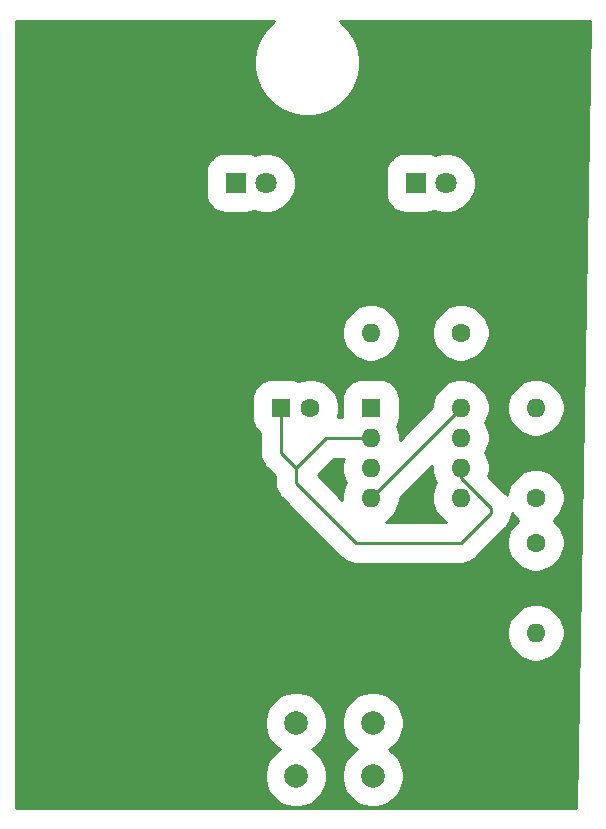
<source format=gbr>
%TF.GenerationSoftware,KiCad,Pcbnew,(5.1.8)-1*%
%TF.CreationDate,2021-08-08T22:25:57+05:30*%
%TF.ProjectId,1st,3173742e-6b69-4636-9164-5f7063625858,rev?*%
%TF.SameCoordinates,Original*%
%TF.FileFunction,Copper,L1,Top*%
%TF.FilePolarity,Positive*%
%FSLAX46Y46*%
G04 Gerber Fmt 4.6, Leading zero omitted, Abs format (unit mm)*
G04 Created by KiCad (PCBNEW (5.1.8)-1) date 2021-08-08 22:25:57*
%MOMM*%
%LPD*%
G01*
G04 APERTURE LIST*
%TA.AperFunction,ComponentPad*%
%ADD10R,1.600000X1.600000*%
%TD*%
%TA.AperFunction,ComponentPad*%
%ADD11C,1.600000*%
%TD*%
%TA.AperFunction,ComponentPad*%
%ADD12R,1.800000X1.800000*%
%TD*%
%TA.AperFunction,ComponentPad*%
%ADD13C,1.800000*%
%TD*%
%TA.AperFunction,ComponentPad*%
%ADD14O,1.600000X1.600000*%
%TD*%
%TA.AperFunction,ComponentPad*%
%ADD15C,2.000000*%
%TD*%
%TA.AperFunction,Conductor*%
%ADD16C,0.250000*%
%TD*%
%TA.AperFunction,NonConductor*%
%ADD17C,0.254000*%
%TD*%
%TA.AperFunction,NonConductor*%
%ADD18C,0.100000*%
%TD*%
G04 APERTURE END LIST*
D10*
%TO.P,C1,1*%
%TO.N,-VeTerm*%
X58420000Y-66040000D03*
D11*
%TO.P,C1,2*%
%TO.N,Net-(C1-Pad2)*%
X60920000Y-66040000D03*
%TD*%
D12*
%TO.P,D1,1*%
%TO.N,Net-(C1-Pad2)*%
X54610000Y-46990000D03*
D13*
%TO.P,D1,2*%
%TO.N,Net-(D1-Pad2)*%
X57150000Y-46990000D03*
%TD*%
%TO.P,D2,2*%
%TO.N,Net-(D1-Pad2)*%
X72390000Y-46990000D03*
D12*
%TO.P,D2,1*%
%TO.N,Net-(C1-Pad2)*%
X69850000Y-46990000D03*
%TD*%
D14*
%TO.P,R1,2*%
%TO.N,+VeTerm*%
X80010000Y-66040000D03*
D11*
%TO.P,R1,1*%
%TO.N,Net-(R1-Pad1)*%
X80010000Y-73660000D03*
%TD*%
%TO.P,R2,1*%
%TO.N,Net-(R1-Pad1)*%
X80010000Y-77470000D03*
D14*
%TO.P,R2,2*%
%TO.N,-VeTerm*%
X80010000Y-85090000D03*
%TD*%
D11*
%TO.P,R3,1*%
%TO.N,Net-(D1-Pad2)*%
X73660000Y-59690000D03*
D14*
%TO.P,R3,2*%
%TO.N,Net-(R3-Pad2)*%
X66040000Y-59690000D03*
%TD*%
D15*
%TO.P,SW1,2*%
%TO.N,Net-(BT1-Pad1)*%
X59690000Y-97210000D03*
%TO.P,SW1,1*%
%TO.N,+VeTerm*%
X59690000Y-92710000D03*
%TO.P,SW1,2*%
%TO.N,Net-(BT1-Pad1)*%
X66190000Y-97210000D03*
%TO.P,SW1,1*%
%TO.N,+VeTerm*%
X66190000Y-92710000D03*
%TD*%
D10*
%TO.P,U1,1*%
%TO.N,Net-(C1-Pad2)*%
X66040000Y-66040000D03*
D14*
%TO.P,U1,5*%
%TO.N,Net-(U1-Pad5)*%
X73660000Y-73660000D03*
%TO.P,U1,2*%
%TO.N,-VeTerm*%
X66040000Y-68580000D03*
%TO.P,U1,6*%
X73660000Y-71120000D03*
%TO.P,U1,3*%
%TO.N,Net-(R3-Pad2)*%
X66040000Y-71120000D03*
%TO.P,U1,7*%
%TO.N,Net-(R1-Pad1)*%
X73660000Y-68580000D03*
%TO.P,U1,4*%
%TO.N,+VeTerm*%
X66040000Y-73660000D03*
%TO.P,U1,8*%
X73660000Y-66040000D03*
%TD*%
D16*
%TO.N,-VeTerm*%
X58420000Y-66040000D02*
X58420000Y-69850000D01*
X58420000Y-69850000D02*
X59690000Y-71120000D01*
X59690000Y-71120000D02*
X59690000Y-72390000D01*
X59690000Y-72390000D02*
X64770000Y-77470000D01*
X64770000Y-77470000D02*
X73660000Y-77470000D01*
X73660000Y-77470000D02*
X76200000Y-74930000D01*
X73660000Y-71994998D02*
X73660000Y-71120000D01*
X76200000Y-74534998D02*
X73660000Y-71994998D01*
X76200000Y-74930000D02*
X76200000Y-74534998D01*
X66040000Y-68580000D02*
X62230000Y-68580000D01*
X62230000Y-68580000D02*
X59690000Y-71120000D01*
%TO.N,+VeTerm*%
X66040000Y-73660000D02*
X73660000Y-66040000D01*
%TD*%
D17*
X57797935Y-33342327D02*
X57172521Y-33967741D01*
X56681136Y-34703149D01*
X56342665Y-35520292D01*
X56170114Y-36387766D01*
X56170114Y-37272234D01*
X56342665Y-38139708D01*
X56681136Y-38956851D01*
X57172521Y-39692259D01*
X57797935Y-40317673D01*
X58533343Y-40809058D01*
X59350486Y-41147529D01*
X60217960Y-41320080D01*
X61102428Y-41320080D01*
X61969902Y-41147529D01*
X62787045Y-40809058D01*
X63522453Y-40317673D01*
X64147867Y-39692259D01*
X64639252Y-38956851D01*
X64977723Y-38139708D01*
X65150274Y-37272234D01*
X65150274Y-36387766D01*
X64977723Y-35520292D01*
X64639252Y-34703149D01*
X64147867Y-33967741D01*
X63522453Y-33342327D01*
X63462100Y-33302000D01*
X84626841Y-33302000D01*
X83418600Y-99898000D01*
X35992000Y-99898000D01*
X35992000Y-92451263D01*
X57063000Y-92451263D01*
X57063000Y-92968737D01*
X57163954Y-93476268D01*
X57361983Y-93954351D01*
X57649476Y-94384615D01*
X58015385Y-94750524D01*
X58328888Y-94960000D01*
X58015385Y-95169476D01*
X57649476Y-95535385D01*
X57361983Y-95965649D01*
X57163954Y-96443732D01*
X57063000Y-96951263D01*
X57063000Y-97468737D01*
X57163954Y-97976268D01*
X57361983Y-98454351D01*
X57649476Y-98884615D01*
X58015385Y-99250524D01*
X58445649Y-99538017D01*
X58923732Y-99736046D01*
X59431263Y-99837000D01*
X59948737Y-99837000D01*
X60456268Y-99736046D01*
X60934351Y-99538017D01*
X61364615Y-99250524D01*
X61730524Y-98884615D01*
X62018017Y-98454351D01*
X62216046Y-97976268D01*
X62317000Y-97468737D01*
X62317000Y-96951263D01*
X62216046Y-96443732D01*
X62018017Y-95965649D01*
X61730524Y-95535385D01*
X61364615Y-95169476D01*
X61051112Y-94960000D01*
X61364615Y-94750524D01*
X61730524Y-94384615D01*
X62018017Y-93954351D01*
X62216046Y-93476268D01*
X62317000Y-92968737D01*
X62317000Y-92451263D01*
X63563000Y-92451263D01*
X63563000Y-92968737D01*
X63663954Y-93476268D01*
X63861983Y-93954351D01*
X64149476Y-94384615D01*
X64515385Y-94750524D01*
X64828888Y-94960000D01*
X64515385Y-95169476D01*
X64149476Y-95535385D01*
X63861983Y-95965649D01*
X63663954Y-96443732D01*
X63563000Y-96951263D01*
X63563000Y-97468737D01*
X63663954Y-97976268D01*
X63861983Y-98454351D01*
X64149476Y-98884615D01*
X64515385Y-99250524D01*
X64945649Y-99538017D01*
X65423732Y-99736046D01*
X65931263Y-99837000D01*
X66448737Y-99837000D01*
X66956268Y-99736046D01*
X67434351Y-99538017D01*
X67864615Y-99250524D01*
X68230524Y-98884615D01*
X68518017Y-98454351D01*
X68716046Y-97976268D01*
X68817000Y-97468737D01*
X68817000Y-96951263D01*
X68716046Y-96443732D01*
X68518017Y-95965649D01*
X68230524Y-95535385D01*
X67864615Y-95169476D01*
X67551112Y-94960000D01*
X67864615Y-94750524D01*
X68230524Y-94384615D01*
X68518017Y-93954351D01*
X68716046Y-93476268D01*
X68817000Y-92968737D01*
X68817000Y-92451263D01*
X68716046Y-91943732D01*
X68518017Y-91465649D01*
X68230524Y-91035385D01*
X67864615Y-90669476D01*
X67434351Y-90381983D01*
X66956268Y-90183954D01*
X66448737Y-90083000D01*
X65931263Y-90083000D01*
X65423732Y-90183954D01*
X64945649Y-90381983D01*
X64515385Y-90669476D01*
X64149476Y-91035385D01*
X63861983Y-91465649D01*
X63663954Y-91943732D01*
X63563000Y-92451263D01*
X62317000Y-92451263D01*
X62216046Y-91943732D01*
X62018017Y-91465649D01*
X61730524Y-91035385D01*
X61364615Y-90669476D01*
X60934351Y-90381983D01*
X60456268Y-90183954D01*
X59948737Y-90083000D01*
X59431263Y-90083000D01*
X58923732Y-90183954D01*
X58445649Y-90381983D01*
X58015385Y-90669476D01*
X57649476Y-91035385D01*
X57361983Y-91465649D01*
X57163954Y-91943732D01*
X57063000Y-92451263D01*
X35992000Y-92451263D01*
X35992000Y-84850961D01*
X77583000Y-84850961D01*
X77583000Y-85329039D01*
X77676268Y-85797930D01*
X77859221Y-86239615D01*
X78124826Y-86637122D01*
X78462878Y-86975174D01*
X78860385Y-87240779D01*
X79302070Y-87423732D01*
X79770961Y-87517000D01*
X80249039Y-87517000D01*
X80717930Y-87423732D01*
X81159615Y-87240779D01*
X81557122Y-86975174D01*
X81895174Y-86637122D01*
X82160779Y-86239615D01*
X82343732Y-85797930D01*
X82437000Y-85329039D01*
X82437000Y-84850961D01*
X82343732Y-84382070D01*
X82160779Y-83940385D01*
X81895174Y-83542878D01*
X81557122Y-83204826D01*
X81159615Y-82939221D01*
X80717930Y-82756268D01*
X80249039Y-82663000D01*
X79770961Y-82663000D01*
X79302070Y-82756268D01*
X78860385Y-82939221D01*
X78462878Y-83204826D01*
X78124826Y-83542878D01*
X77859221Y-83940385D01*
X77676268Y-84382070D01*
X77583000Y-84850961D01*
X35992000Y-84850961D01*
X35992000Y-65240000D01*
X55985128Y-65240000D01*
X55985128Y-66840000D01*
X56016542Y-67158948D01*
X56109575Y-67465638D01*
X56260654Y-67748286D01*
X56463971Y-67996029D01*
X56668001Y-68163471D01*
X56668001Y-69763930D01*
X56659524Y-69850000D01*
X56693350Y-70193451D01*
X56793532Y-70523705D01*
X56956217Y-70828068D01*
X57120289Y-71027991D01*
X57120296Y-71027998D01*
X57175156Y-71094845D01*
X57242003Y-71149705D01*
X57938000Y-71845702D01*
X57938000Y-72303939D01*
X57929524Y-72390000D01*
X57938000Y-72476061D01*
X57938000Y-72476069D01*
X57963350Y-72733452D01*
X58029668Y-72952070D01*
X58063532Y-73063705D01*
X58226217Y-73368068D01*
X58390289Y-73567991D01*
X58390296Y-73567998D01*
X58445156Y-73634845D01*
X58512003Y-73689705D01*
X63470295Y-78647998D01*
X63525155Y-78714845D01*
X63592002Y-78769705D01*
X63592008Y-78769711D01*
X63791931Y-78933783D01*
X64096295Y-79096469D01*
X64426548Y-79196650D01*
X64683931Y-79222000D01*
X64683939Y-79222000D01*
X64770000Y-79230476D01*
X64856061Y-79222000D01*
X73573939Y-79222000D01*
X73660000Y-79230476D01*
X73746061Y-79222000D01*
X73746069Y-79222000D01*
X74003452Y-79196650D01*
X74333705Y-79096469D01*
X74638069Y-78933783D01*
X74904845Y-78714845D01*
X74959710Y-78647992D01*
X77377993Y-76229709D01*
X77444845Y-76174845D01*
X77663783Y-75908069D01*
X77826469Y-75603705D01*
X77926650Y-75273452D01*
X77952000Y-75016069D01*
X77952000Y-75016059D01*
X77957802Y-74957152D01*
X78124826Y-75207122D01*
X78462878Y-75545174D01*
X78492550Y-75565000D01*
X78462878Y-75584826D01*
X78124826Y-75922878D01*
X77859221Y-76320385D01*
X77676268Y-76762070D01*
X77583000Y-77230961D01*
X77583000Y-77709039D01*
X77676268Y-78177930D01*
X77859221Y-78619615D01*
X78124826Y-79017122D01*
X78462878Y-79355174D01*
X78860385Y-79620779D01*
X79302070Y-79803732D01*
X79770961Y-79897000D01*
X80249039Y-79897000D01*
X80717930Y-79803732D01*
X81159615Y-79620779D01*
X81557122Y-79355174D01*
X81895174Y-79017122D01*
X82160779Y-78619615D01*
X82343732Y-78177930D01*
X82437000Y-77709039D01*
X82437000Y-77230961D01*
X82343732Y-76762070D01*
X82160779Y-76320385D01*
X81895174Y-75922878D01*
X81557122Y-75584826D01*
X81527450Y-75565000D01*
X81557122Y-75545174D01*
X81895174Y-75207122D01*
X82160779Y-74809615D01*
X82343732Y-74367930D01*
X82437000Y-73899039D01*
X82437000Y-73420961D01*
X82343732Y-72952070D01*
X82160779Y-72510385D01*
X81895174Y-72112878D01*
X81557122Y-71774826D01*
X81159615Y-71509221D01*
X80717930Y-71326268D01*
X80249039Y-71233000D01*
X79770961Y-71233000D01*
X79302070Y-71326268D01*
X78860385Y-71509221D01*
X78462878Y-71774826D01*
X78124826Y-72112878D01*
X77859221Y-72510385D01*
X77676268Y-72952070D01*
X77583000Y-73420961D01*
X77583000Y-73458495D01*
X77444845Y-73290153D01*
X77377992Y-73235288D01*
X75986967Y-71844263D01*
X75993732Y-71827930D01*
X76087000Y-71359039D01*
X76087000Y-70880961D01*
X75993732Y-70412070D01*
X75810779Y-69970385D01*
X75730341Y-69850000D01*
X75810779Y-69729615D01*
X75993732Y-69287930D01*
X76087000Y-68819039D01*
X76087000Y-68340961D01*
X75993732Y-67872070D01*
X75810779Y-67430385D01*
X75730341Y-67310000D01*
X75810779Y-67189615D01*
X75993732Y-66747930D01*
X76087000Y-66279039D01*
X76087000Y-65800961D01*
X77583000Y-65800961D01*
X77583000Y-66279039D01*
X77676268Y-66747930D01*
X77859221Y-67189615D01*
X78124826Y-67587122D01*
X78462878Y-67925174D01*
X78860385Y-68190779D01*
X79302070Y-68373732D01*
X79770961Y-68467000D01*
X80249039Y-68467000D01*
X80717930Y-68373732D01*
X81159615Y-68190779D01*
X81557122Y-67925174D01*
X81895174Y-67587122D01*
X82160779Y-67189615D01*
X82343732Y-66747930D01*
X82437000Y-66279039D01*
X82437000Y-65800961D01*
X82343732Y-65332070D01*
X82160779Y-64890385D01*
X81895174Y-64492878D01*
X81557122Y-64154826D01*
X81159615Y-63889221D01*
X80717930Y-63706268D01*
X80249039Y-63613000D01*
X79770961Y-63613000D01*
X79302070Y-63706268D01*
X78860385Y-63889221D01*
X78462878Y-64154826D01*
X78124826Y-64492878D01*
X77859221Y-64890385D01*
X77676268Y-65332070D01*
X77583000Y-65800961D01*
X76087000Y-65800961D01*
X75993732Y-65332070D01*
X75810779Y-64890385D01*
X75545174Y-64492878D01*
X75207122Y-64154826D01*
X74809615Y-63889221D01*
X74367930Y-63706268D01*
X73899039Y-63613000D01*
X73420961Y-63613000D01*
X72952070Y-63706268D01*
X72510385Y-63889221D01*
X72112878Y-64154826D01*
X71774826Y-64492878D01*
X71509221Y-64890385D01*
X71326268Y-65332070D01*
X71233000Y-65800961D01*
X71233000Y-65989298D01*
X68467000Y-68755298D01*
X68467000Y-68340961D01*
X68373732Y-67872070D01*
X68268708Y-67618520D01*
X68350425Y-67465638D01*
X68443458Y-67158948D01*
X68474872Y-66840000D01*
X68474872Y-65240000D01*
X68443458Y-64921052D01*
X68350425Y-64614362D01*
X68199346Y-64331714D01*
X67996029Y-64083971D01*
X67748286Y-63880654D01*
X67465638Y-63729575D01*
X67158948Y-63636542D01*
X66840000Y-63605128D01*
X65240000Y-63605128D01*
X64921052Y-63636542D01*
X64614362Y-63729575D01*
X64331714Y-63880654D01*
X64083971Y-64083971D01*
X63880654Y-64331714D01*
X63729575Y-64614362D01*
X63636542Y-64921052D01*
X63605128Y-65240000D01*
X63605128Y-66828000D01*
X63220566Y-66828000D01*
X63253732Y-66747930D01*
X63347000Y-66279039D01*
X63347000Y-65800961D01*
X63253732Y-65332070D01*
X63070779Y-64890385D01*
X62805174Y-64492878D01*
X62467122Y-64154826D01*
X62069615Y-63889221D01*
X61627930Y-63706268D01*
X61159039Y-63613000D01*
X60680961Y-63613000D01*
X60212070Y-63706268D01*
X59981056Y-63801958D01*
X59845638Y-63729575D01*
X59538948Y-63636542D01*
X59220000Y-63605128D01*
X57620000Y-63605128D01*
X57301052Y-63636542D01*
X56994362Y-63729575D01*
X56711714Y-63880654D01*
X56463971Y-64083971D01*
X56260654Y-64331714D01*
X56109575Y-64614362D01*
X56016542Y-64921052D01*
X55985128Y-65240000D01*
X35992000Y-65240000D01*
X35992000Y-59450961D01*
X63613000Y-59450961D01*
X63613000Y-59929039D01*
X63706268Y-60397930D01*
X63889221Y-60839615D01*
X64154826Y-61237122D01*
X64492878Y-61575174D01*
X64890385Y-61840779D01*
X65332070Y-62023732D01*
X65800961Y-62117000D01*
X66279039Y-62117000D01*
X66747930Y-62023732D01*
X67189615Y-61840779D01*
X67587122Y-61575174D01*
X67925174Y-61237122D01*
X68190779Y-60839615D01*
X68373732Y-60397930D01*
X68467000Y-59929039D01*
X68467000Y-59450961D01*
X71233000Y-59450961D01*
X71233000Y-59929039D01*
X71326268Y-60397930D01*
X71509221Y-60839615D01*
X71774826Y-61237122D01*
X72112878Y-61575174D01*
X72510385Y-61840779D01*
X72952070Y-62023732D01*
X73420961Y-62117000D01*
X73899039Y-62117000D01*
X74367930Y-62023732D01*
X74809615Y-61840779D01*
X75207122Y-61575174D01*
X75545174Y-61237122D01*
X75810779Y-60839615D01*
X75993732Y-60397930D01*
X76087000Y-59929039D01*
X76087000Y-59450961D01*
X75993732Y-58982070D01*
X75810779Y-58540385D01*
X75545174Y-58142878D01*
X75207122Y-57804826D01*
X74809615Y-57539221D01*
X74367930Y-57356268D01*
X73899039Y-57263000D01*
X73420961Y-57263000D01*
X72952070Y-57356268D01*
X72510385Y-57539221D01*
X72112878Y-57804826D01*
X71774826Y-58142878D01*
X71509221Y-58540385D01*
X71326268Y-58982070D01*
X71233000Y-59450961D01*
X68467000Y-59450961D01*
X68373732Y-58982070D01*
X68190779Y-58540385D01*
X67925174Y-58142878D01*
X67587122Y-57804826D01*
X67189615Y-57539221D01*
X66747930Y-57356268D01*
X66279039Y-57263000D01*
X65800961Y-57263000D01*
X65332070Y-57356268D01*
X64890385Y-57539221D01*
X64492878Y-57804826D01*
X64154826Y-58142878D01*
X63889221Y-58540385D01*
X63706268Y-58982070D01*
X63613000Y-59450961D01*
X35992000Y-59450961D01*
X35992000Y-46090000D01*
X52075128Y-46090000D01*
X52075128Y-47890000D01*
X52106542Y-48208948D01*
X52199575Y-48515638D01*
X52350654Y-48798286D01*
X52553971Y-49046029D01*
X52801714Y-49249346D01*
X53084362Y-49400425D01*
X53391052Y-49493458D01*
X53710000Y-49524872D01*
X55510000Y-49524872D01*
X55828948Y-49493458D01*
X56135638Y-49400425D01*
X56236175Y-49346687D01*
X56412901Y-49419889D01*
X56901112Y-49517000D01*
X57398888Y-49517000D01*
X57887099Y-49419889D01*
X58346983Y-49229398D01*
X58760869Y-48952849D01*
X59112849Y-48600869D01*
X59389398Y-48186983D01*
X59579889Y-47727099D01*
X59677000Y-47238888D01*
X59677000Y-46741112D01*
X59579889Y-46252901D01*
X59512413Y-46090000D01*
X67315128Y-46090000D01*
X67315128Y-47890000D01*
X67346542Y-48208948D01*
X67439575Y-48515638D01*
X67590654Y-48798286D01*
X67793971Y-49046029D01*
X68041714Y-49249346D01*
X68324362Y-49400425D01*
X68631052Y-49493458D01*
X68950000Y-49524872D01*
X70750000Y-49524872D01*
X71068948Y-49493458D01*
X71375638Y-49400425D01*
X71476175Y-49346687D01*
X71652901Y-49419889D01*
X72141112Y-49517000D01*
X72638888Y-49517000D01*
X73127099Y-49419889D01*
X73586983Y-49229398D01*
X74000869Y-48952849D01*
X74352849Y-48600869D01*
X74629398Y-48186983D01*
X74819889Y-47727099D01*
X74917000Y-47238888D01*
X74917000Y-46741112D01*
X74819889Y-46252901D01*
X74629398Y-45793017D01*
X74352849Y-45379131D01*
X74000869Y-45027151D01*
X73586983Y-44750602D01*
X73127099Y-44560111D01*
X72638888Y-44463000D01*
X72141112Y-44463000D01*
X71652901Y-44560111D01*
X71476175Y-44633313D01*
X71375638Y-44579575D01*
X71068948Y-44486542D01*
X70750000Y-44455128D01*
X68950000Y-44455128D01*
X68631052Y-44486542D01*
X68324362Y-44579575D01*
X68041714Y-44730654D01*
X67793971Y-44933971D01*
X67590654Y-45181714D01*
X67439575Y-45464362D01*
X67346542Y-45771052D01*
X67315128Y-46090000D01*
X59512413Y-46090000D01*
X59389398Y-45793017D01*
X59112849Y-45379131D01*
X58760869Y-45027151D01*
X58346983Y-44750602D01*
X57887099Y-44560111D01*
X57398888Y-44463000D01*
X56901112Y-44463000D01*
X56412901Y-44560111D01*
X56236175Y-44633313D01*
X56135638Y-44579575D01*
X55828948Y-44486542D01*
X55510000Y-44455128D01*
X53710000Y-44455128D01*
X53391052Y-44486542D01*
X53084362Y-44579575D01*
X52801714Y-44730654D01*
X52553971Y-44933971D01*
X52350654Y-45181714D01*
X52199575Y-45464362D01*
X52106542Y-45771052D01*
X52075128Y-46090000D01*
X35992000Y-46090000D01*
X35992000Y-33302000D01*
X57858288Y-33302000D01*
X57797935Y-33342327D01*
%TA.AperFunction,NonConductor*%
D18*
G36*
X57797935Y-33342327D02*
G01*
X57172521Y-33967741D01*
X56681136Y-34703149D01*
X56342665Y-35520292D01*
X56170114Y-36387766D01*
X56170114Y-37272234D01*
X56342665Y-38139708D01*
X56681136Y-38956851D01*
X57172521Y-39692259D01*
X57797935Y-40317673D01*
X58533343Y-40809058D01*
X59350486Y-41147529D01*
X60217960Y-41320080D01*
X61102428Y-41320080D01*
X61969902Y-41147529D01*
X62787045Y-40809058D01*
X63522453Y-40317673D01*
X64147867Y-39692259D01*
X64639252Y-38956851D01*
X64977723Y-38139708D01*
X65150274Y-37272234D01*
X65150274Y-36387766D01*
X64977723Y-35520292D01*
X64639252Y-34703149D01*
X64147867Y-33967741D01*
X63522453Y-33342327D01*
X63462100Y-33302000D01*
X84626841Y-33302000D01*
X83418600Y-99898000D01*
X35992000Y-99898000D01*
X35992000Y-92451263D01*
X57063000Y-92451263D01*
X57063000Y-92968737D01*
X57163954Y-93476268D01*
X57361983Y-93954351D01*
X57649476Y-94384615D01*
X58015385Y-94750524D01*
X58328888Y-94960000D01*
X58015385Y-95169476D01*
X57649476Y-95535385D01*
X57361983Y-95965649D01*
X57163954Y-96443732D01*
X57063000Y-96951263D01*
X57063000Y-97468737D01*
X57163954Y-97976268D01*
X57361983Y-98454351D01*
X57649476Y-98884615D01*
X58015385Y-99250524D01*
X58445649Y-99538017D01*
X58923732Y-99736046D01*
X59431263Y-99837000D01*
X59948737Y-99837000D01*
X60456268Y-99736046D01*
X60934351Y-99538017D01*
X61364615Y-99250524D01*
X61730524Y-98884615D01*
X62018017Y-98454351D01*
X62216046Y-97976268D01*
X62317000Y-97468737D01*
X62317000Y-96951263D01*
X62216046Y-96443732D01*
X62018017Y-95965649D01*
X61730524Y-95535385D01*
X61364615Y-95169476D01*
X61051112Y-94960000D01*
X61364615Y-94750524D01*
X61730524Y-94384615D01*
X62018017Y-93954351D01*
X62216046Y-93476268D01*
X62317000Y-92968737D01*
X62317000Y-92451263D01*
X63563000Y-92451263D01*
X63563000Y-92968737D01*
X63663954Y-93476268D01*
X63861983Y-93954351D01*
X64149476Y-94384615D01*
X64515385Y-94750524D01*
X64828888Y-94960000D01*
X64515385Y-95169476D01*
X64149476Y-95535385D01*
X63861983Y-95965649D01*
X63663954Y-96443732D01*
X63563000Y-96951263D01*
X63563000Y-97468737D01*
X63663954Y-97976268D01*
X63861983Y-98454351D01*
X64149476Y-98884615D01*
X64515385Y-99250524D01*
X64945649Y-99538017D01*
X65423732Y-99736046D01*
X65931263Y-99837000D01*
X66448737Y-99837000D01*
X66956268Y-99736046D01*
X67434351Y-99538017D01*
X67864615Y-99250524D01*
X68230524Y-98884615D01*
X68518017Y-98454351D01*
X68716046Y-97976268D01*
X68817000Y-97468737D01*
X68817000Y-96951263D01*
X68716046Y-96443732D01*
X68518017Y-95965649D01*
X68230524Y-95535385D01*
X67864615Y-95169476D01*
X67551112Y-94960000D01*
X67864615Y-94750524D01*
X68230524Y-94384615D01*
X68518017Y-93954351D01*
X68716046Y-93476268D01*
X68817000Y-92968737D01*
X68817000Y-92451263D01*
X68716046Y-91943732D01*
X68518017Y-91465649D01*
X68230524Y-91035385D01*
X67864615Y-90669476D01*
X67434351Y-90381983D01*
X66956268Y-90183954D01*
X66448737Y-90083000D01*
X65931263Y-90083000D01*
X65423732Y-90183954D01*
X64945649Y-90381983D01*
X64515385Y-90669476D01*
X64149476Y-91035385D01*
X63861983Y-91465649D01*
X63663954Y-91943732D01*
X63563000Y-92451263D01*
X62317000Y-92451263D01*
X62216046Y-91943732D01*
X62018017Y-91465649D01*
X61730524Y-91035385D01*
X61364615Y-90669476D01*
X60934351Y-90381983D01*
X60456268Y-90183954D01*
X59948737Y-90083000D01*
X59431263Y-90083000D01*
X58923732Y-90183954D01*
X58445649Y-90381983D01*
X58015385Y-90669476D01*
X57649476Y-91035385D01*
X57361983Y-91465649D01*
X57163954Y-91943732D01*
X57063000Y-92451263D01*
X35992000Y-92451263D01*
X35992000Y-84850961D01*
X77583000Y-84850961D01*
X77583000Y-85329039D01*
X77676268Y-85797930D01*
X77859221Y-86239615D01*
X78124826Y-86637122D01*
X78462878Y-86975174D01*
X78860385Y-87240779D01*
X79302070Y-87423732D01*
X79770961Y-87517000D01*
X80249039Y-87517000D01*
X80717930Y-87423732D01*
X81159615Y-87240779D01*
X81557122Y-86975174D01*
X81895174Y-86637122D01*
X82160779Y-86239615D01*
X82343732Y-85797930D01*
X82437000Y-85329039D01*
X82437000Y-84850961D01*
X82343732Y-84382070D01*
X82160779Y-83940385D01*
X81895174Y-83542878D01*
X81557122Y-83204826D01*
X81159615Y-82939221D01*
X80717930Y-82756268D01*
X80249039Y-82663000D01*
X79770961Y-82663000D01*
X79302070Y-82756268D01*
X78860385Y-82939221D01*
X78462878Y-83204826D01*
X78124826Y-83542878D01*
X77859221Y-83940385D01*
X77676268Y-84382070D01*
X77583000Y-84850961D01*
X35992000Y-84850961D01*
X35992000Y-65240000D01*
X55985128Y-65240000D01*
X55985128Y-66840000D01*
X56016542Y-67158948D01*
X56109575Y-67465638D01*
X56260654Y-67748286D01*
X56463971Y-67996029D01*
X56668001Y-68163471D01*
X56668001Y-69763930D01*
X56659524Y-69850000D01*
X56693350Y-70193451D01*
X56793532Y-70523705D01*
X56956217Y-70828068D01*
X57120289Y-71027991D01*
X57120296Y-71027998D01*
X57175156Y-71094845D01*
X57242003Y-71149705D01*
X57938000Y-71845702D01*
X57938000Y-72303939D01*
X57929524Y-72390000D01*
X57938000Y-72476061D01*
X57938000Y-72476069D01*
X57963350Y-72733452D01*
X58029668Y-72952070D01*
X58063532Y-73063705D01*
X58226217Y-73368068D01*
X58390289Y-73567991D01*
X58390296Y-73567998D01*
X58445156Y-73634845D01*
X58512003Y-73689705D01*
X63470295Y-78647998D01*
X63525155Y-78714845D01*
X63592002Y-78769705D01*
X63592008Y-78769711D01*
X63791931Y-78933783D01*
X64096295Y-79096469D01*
X64426548Y-79196650D01*
X64683931Y-79222000D01*
X64683939Y-79222000D01*
X64770000Y-79230476D01*
X64856061Y-79222000D01*
X73573939Y-79222000D01*
X73660000Y-79230476D01*
X73746061Y-79222000D01*
X73746069Y-79222000D01*
X74003452Y-79196650D01*
X74333705Y-79096469D01*
X74638069Y-78933783D01*
X74904845Y-78714845D01*
X74959710Y-78647992D01*
X77377993Y-76229709D01*
X77444845Y-76174845D01*
X77663783Y-75908069D01*
X77826469Y-75603705D01*
X77926650Y-75273452D01*
X77952000Y-75016069D01*
X77952000Y-75016059D01*
X77957802Y-74957152D01*
X78124826Y-75207122D01*
X78462878Y-75545174D01*
X78492550Y-75565000D01*
X78462878Y-75584826D01*
X78124826Y-75922878D01*
X77859221Y-76320385D01*
X77676268Y-76762070D01*
X77583000Y-77230961D01*
X77583000Y-77709039D01*
X77676268Y-78177930D01*
X77859221Y-78619615D01*
X78124826Y-79017122D01*
X78462878Y-79355174D01*
X78860385Y-79620779D01*
X79302070Y-79803732D01*
X79770961Y-79897000D01*
X80249039Y-79897000D01*
X80717930Y-79803732D01*
X81159615Y-79620779D01*
X81557122Y-79355174D01*
X81895174Y-79017122D01*
X82160779Y-78619615D01*
X82343732Y-78177930D01*
X82437000Y-77709039D01*
X82437000Y-77230961D01*
X82343732Y-76762070D01*
X82160779Y-76320385D01*
X81895174Y-75922878D01*
X81557122Y-75584826D01*
X81527450Y-75565000D01*
X81557122Y-75545174D01*
X81895174Y-75207122D01*
X82160779Y-74809615D01*
X82343732Y-74367930D01*
X82437000Y-73899039D01*
X82437000Y-73420961D01*
X82343732Y-72952070D01*
X82160779Y-72510385D01*
X81895174Y-72112878D01*
X81557122Y-71774826D01*
X81159615Y-71509221D01*
X80717930Y-71326268D01*
X80249039Y-71233000D01*
X79770961Y-71233000D01*
X79302070Y-71326268D01*
X78860385Y-71509221D01*
X78462878Y-71774826D01*
X78124826Y-72112878D01*
X77859221Y-72510385D01*
X77676268Y-72952070D01*
X77583000Y-73420961D01*
X77583000Y-73458495D01*
X77444845Y-73290153D01*
X77377992Y-73235288D01*
X75986967Y-71844263D01*
X75993732Y-71827930D01*
X76087000Y-71359039D01*
X76087000Y-70880961D01*
X75993732Y-70412070D01*
X75810779Y-69970385D01*
X75730341Y-69850000D01*
X75810779Y-69729615D01*
X75993732Y-69287930D01*
X76087000Y-68819039D01*
X76087000Y-68340961D01*
X75993732Y-67872070D01*
X75810779Y-67430385D01*
X75730341Y-67310000D01*
X75810779Y-67189615D01*
X75993732Y-66747930D01*
X76087000Y-66279039D01*
X76087000Y-65800961D01*
X77583000Y-65800961D01*
X77583000Y-66279039D01*
X77676268Y-66747930D01*
X77859221Y-67189615D01*
X78124826Y-67587122D01*
X78462878Y-67925174D01*
X78860385Y-68190779D01*
X79302070Y-68373732D01*
X79770961Y-68467000D01*
X80249039Y-68467000D01*
X80717930Y-68373732D01*
X81159615Y-68190779D01*
X81557122Y-67925174D01*
X81895174Y-67587122D01*
X82160779Y-67189615D01*
X82343732Y-66747930D01*
X82437000Y-66279039D01*
X82437000Y-65800961D01*
X82343732Y-65332070D01*
X82160779Y-64890385D01*
X81895174Y-64492878D01*
X81557122Y-64154826D01*
X81159615Y-63889221D01*
X80717930Y-63706268D01*
X80249039Y-63613000D01*
X79770961Y-63613000D01*
X79302070Y-63706268D01*
X78860385Y-63889221D01*
X78462878Y-64154826D01*
X78124826Y-64492878D01*
X77859221Y-64890385D01*
X77676268Y-65332070D01*
X77583000Y-65800961D01*
X76087000Y-65800961D01*
X75993732Y-65332070D01*
X75810779Y-64890385D01*
X75545174Y-64492878D01*
X75207122Y-64154826D01*
X74809615Y-63889221D01*
X74367930Y-63706268D01*
X73899039Y-63613000D01*
X73420961Y-63613000D01*
X72952070Y-63706268D01*
X72510385Y-63889221D01*
X72112878Y-64154826D01*
X71774826Y-64492878D01*
X71509221Y-64890385D01*
X71326268Y-65332070D01*
X71233000Y-65800961D01*
X71233000Y-65989298D01*
X68467000Y-68755298D01*
X68467000Y-68340961D01*
X68373732Y-67872070D01*
X68268708Y-67618520D01*
X68350425Y-67465638D01*
X68443458Y-67158948D01*
X68474872Y-66840000D01*
X68474872Y-65240000D01*
X68443458Y-64921052D01*
X68350425Y-64614362D01*
X68199346Y-64331714D01*
X67996029Y-64083971D01*
X67748286Y-63880654D01*
X67465638Y-63729575D01*
X67158948Y-63636542D01*
X66840000Y-63605128D01*
X65240000Y-63605128D01*
X64921052Y-63636542D01*
X64614362Y-63729575D01*
X64331714Y-63880654D01*
X64083971Y-64083971D01*
X63880654Y-64331714D01*
X63729575Y-64614362D01*
X63636542Y-64921052D01*
X63605128Y-65240000D01*
X63605128Y-66828000D01*
X63220566Y-66828000D01*
X63253732Y-66747930D01*
X63347000Y-66279039D01*
X63347000Y-65800961D01*
X63253732Y-65332070D01*
X63070779Y-64890385D01*
X62805174Y-64492878D01*
X62467122Y-64154826D01*
X62069615Y-63889221D01*
X61627930Y-63706268D01*
X61159039Y-63613000D01*
X60680961Y-63613000D01*
X60212070Y-63706268D01*
X59981056Y-63801958D01*
X59845638Y-63729575D01*
X59538948Y-63636542D01*
X59220000Y-63605128D01*
X57620000Y-63605128D01*
X57301052Y-63636542D01*
X56994362Y-63729575D01*
X56711714Y-63880654D01*
X56463971Y-64083971D01*
X56260654Y-64331714D01*
X56109575Y-64614362D01*
X56016542Y-64921052D01*
X55985128Y-65240000D01*
X35992000Y-65240000D01*
X35992000Y-59450961D01*
X63613000Y-59450961D01*
X63613000Y-59929039D01*
X63706268Y-60397930D01*
X63889221Y-60839615D01*
X64154826Y-61237122D01*
X64492878Y-61575174D01*
X64890385Y-61840779D01*
X65332070Y-62023732D01*
X65800961Y-62117000D01*
X66279039Y-62117000D01*
X66747930Y-62023732D01*
X67189615Y-61840779D01*
X67587122Y-61575174D01*
X67925174Y-61237122D01*
X68190779Y-60839615D01*
X68373732Y-60397930D01*
X68467000Y-59929039D01*
X68467000Y-59450961D01*
X71233000Y-59450961D01*
X71233000Y-59929039D01*
X71326268Y-60397930D01*
X71509221Y-60839615D01*
X71774826Y-61237122D01*
X72112878Y-61575174D01*
X72510385Y-61840779D01*
X72952070Y-62023732D01*
X73420961Y-62117000D01*
X73899039Y-62117000D01*
X74367930Y-62023732D01*
X74809615Y-61840779D01*
X75207122Y-61575174D01*
X75545174Y-61237122D01*
X75810779Y-60839615D01*
X75993732Y-60397930D01*
X76087000Y-59929039D01*
X76087000Y-59450961D01*
X75993732Y-58982070D01*
X75810779Y-58540385D01*
X75545174Y-58142878D01*
X75207122Y-57804826D01*
X74809615Y-57539221D01*
X74367930Y-57356268D01*
X73899039Y-57263000D01*
X73420961Y-57263000D01*
X72952070Y-57356268D01*
X72510385Y-57539221D01*
X72112878Y-57804826D01*
X71774826Y-58142878D01*
X71509221Y-58540385D01*
X71326268Y-58982070D01*
X71233000Y-59450961D01*
X68467000Y-59450961D01*
X68373732Y-58982070D01*
X68190779Y-58540385D01*
X67925174Y-58142878D01*
X67587122Y-57804826D01*
X67189615Y-57539221D01*
X66747930Y-57356268D01*
X66279039Y-57263000D01*
X65800961Y-57263000D01*
X65332070Y-57356268D01*
X64890385Y-57539221D01*
X64492878Y-57804826D01*
X64154826Y-58142878D01*
X63889221Y-58540385D01*
X63706268Y-58982070D01*
X63613000Y-59450961D01*
X35992000Y-59450961D01*
X35992000Y-46090000D01*
X52075128Y-46090000D01*
X52075128Y-47890000D01*
X52106542Y-48208948D01*
X52199575Y-48515638D01*
X52350654Y-48798286D01*
X52553971Y-49046029D01*
X52801714Y-49249346D01*
X53084362Y-49400425D01*
X53391052Y-49493458D01*
X53710000Y-49524872D01*
X55510000Y-49524872D01*
X55828948Y-49493458D01*
X56135638Y-49400425D01*
X56236175Y-49346687D01*
X56412901Y-49419889D01*
X56901112Y-49517000D01*
X57398888Y-49517000D01*
X57887099Y-49419889D01*
X58346983Y-49229398D01*
X58760869Y-48952849D01*
X59112849Y-48600869D01*
X59389398Y-48186983D01*
X59579889Y-47727099D01*
X59677000Y-47238888D01*
X59677000Y-46741112D01*
X59579889Y-46252901D01*
X59512413Y-46090000D01*
X67315128Y-46090000D01*
X67315128Y-47890000D01*
X67346542Y-48208948D01*
X67439575Y-48515638D01*
X67590654Y-48798286D01*
X67793971Y-49046029D01*
X68041714Y-49249346D01*
X68324362Y-49400425D01*
X68631052Y-49493458D01*
X68950000Y-49524872D01*
X70750000Y-49524872D01*
X71068948Y-49493458D01*
X71375638Y-49400425D01*
X71476175Y-49346687D01*
X71652901Y-49419889D01*
X72141112Y-49517000D01*
X72638888Y-49517000D01*
X73127099Y-49419889D01*
X73586983Y-49229398D01*
X74000869Y-48952849D01*
X74352849Y-48600869D01*
X74629398Y-48186983D01*
X74819889Y-47727099D01*
X74917000Y-47238888D01*
X74917000Y-46741112D01*
X74819889Y-46252901D01*
X74629398Y-45793017D01*
X74352849Y-45379131D01*
X74000869Y-45027151D01*
X73586983Y-44750602D01*
X73127099Y-44560111D01*
X72638888Y-44463000D01*
X72141112Y-44463000D01*
X71652901Y-44560111D01*
X71476175Y-44633313D01*
X71375638Y-44579575D01*
X71068948Y-44486542D01*
X70750000Y-44455128D01*
X68950000Y-44455128D01*
X68631052Y-44486542D01*
X68324362Y-44579575D01*
X68041714Y-44730654D01*
X67793971Y-44933971D01*
X67590654Y-45181714D01*
X67439575Y-45464362D01*
X67346542Y-45771052D01*
X67315128Y-46090000D01*
X59512413Y-46090000D01*
X59389398Y-45793017D01*
X59112849Y-45379131D01*
X58760869Y-45027151D01*
X58346983Y-44750602D01*
X57887099Y-44560111D01*
X57398888Y-44463000D01*
X56901112Y-44463000D01*
X56412901Y-44560111D01*
X56236175Y-44633313D01*
X56135638Y-44579575D01*
X55828948Y-44486542D01*
X55510000Y-44455128D01*
X53710000Y-44455128D01*
X53391052Y-44486542D01*
X53084362Y-44579575D01*
X52801714Y-44730654D01*
X52553971Y-44933971D01*
X52350654Y-45181714D01*
X52199575Y-45464362D01*
X52106542Y-45771052D01*
X52075128Y-46090000D01*
X35992000Y-46090000D01*
X35992000Y-33302000D01*
X57858288Y-33302000D01*
X57797935Y-33342327D01*
G37*
%TD.AperFunction*%
D17*
X71233000Y-71359039D02*
X71326268Y-71827930D01*
X71509221Y-72269615D01*
X71589659Y-72390000D01*
X71509221Y-72510385D01*
X71326268Y-72952070D01*
X71233000Y-73420961D01*
X71233000Y-73899039D01*
X71326268Y-74367930D01*
X71509221Y-74809615D01*
X71774826Y-75207122D01*
X72112878Y-75545174D01*
X72371531Y-75718000D01*
X67328469Y-75718000D01*
X67587122Y-75545174D01*
X67925174Y-75207122D01*
X68190779Y-74809615D01*
X68373732Y-74367930D01*
X68467000Y-73899039D01*
X68467000Y-73710702D01*
X71233000Y-70944702D01*
X71233000Y-71359039D01*
%TA.AperFunction,NonConductor*%
D18*
G36*
X71233000Y-71359039D02*
G01*
X71326268Y-71827930D01*
X71509221Y-72269615D01*
X71589659Y-72390000D01*
X71509221Y-72510385D01*
X71326268Y-72952070D01*
X71233000Y-73420961D01*
X71233000Y-73899039D01*
X71326268Y-74367930D01*
X71509221Y-74809615D01*
X71774826Y-75207122D01*
X72112878Y-75545174D01*
X72371531Y-75718000D01*
X67328469Y-75718000D01*
X67587122Y-75545174D01*
X67925174Y-75207122D01*
X68190779Y-74809615D01*
X68373732Y-74367930D01*
X68467000Y-73899039D01*
X68467000Y-73710702D01*
X71233000Y-70944702D01*
X71233000Y-71359039D01*
G37*
%TD.AperFunction*%
D17*
X63706268Y-70412070D02*
X63613000Y-70880961D01*
X63613000Y-71359039D01*
X63706268Y-71827930D01*
X63889221Y-72269615D01*
X63969659Y-72390000D01*
X63889221Y-72510385D01*
X63706268Y-72952070D01*
X63613000Y-73420961D01*
X63613000Y-73835297D01*
X61532702Y-71755000D01*
X62955702Y-70332000D01*
X63739434Y-70332000D01*
X63706268Y-70412070D01*
%TA.AperFunction,NonConductor*%
D18*
G36*
X63706268Y-70412070D02*
G01*
X63613000Y-70880961D01*
X63613000Y-71359039D01*
X63706268Y-71827930D01*
X63889221Y-72269615D01*
X63969659Y-72390000D01*
X63889221Y-72510385D01*
X63706268Y-72952070D01*
X63613000Y-73420961D01*
X63613000Y-73835297D01*
X61532702Y-71755000D01*
X62955702Y-70332000D01*
X63739434Y-70332000D01*
X63706268Y-70412070D01*
G37*
%TD.AperFunction*%
M02*

</source>
